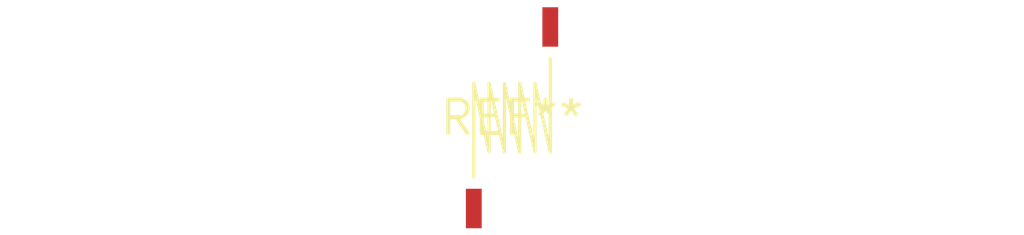
<source format=kicad_pcb>
(kicad_pcb (version 20240108) (generator pcbnew)
  (layers (0 "F.Cu" signal) (31 "B.Cu" signal) (34 "B.Paste" user) (35 "F.Paste" user) (36 "B.SilkS" user "B.Silkscreen") (37 "F.SilkS" user "F.Silkscreen") (38 "B.Mask" user) (39 "F.Mask" user) (44 "Edge.Cuts" user))
  (net 0 "")
  (footprint "L_Neosid_Air-Coil_SML_5turn_HDM0531A" (layer "F.Cu") (at 0 0)
    (property "Reference" "REF**")
    (property "Value" "L_Neosid_Air-Coil_SML_5turn_HDM0531A")
    (fp_line (start -1.45 -1.3) (end -1.45 2.25) (layer "F.SilkS") (stroke (width 0.12)))
    (fp_line (start -1.45 -1.3) (end -0.87 1.3) (layer "F.SilkS") (stroke (width 0.12)))
    (fp_line (start -0.87 -1.3) (end -0.87 1.3) (layer "F.SilkS") (stroke (width 0.12)))
    (fp_line (start -0.87 -1.3) (end -0.29 1.3) (layer "F.SilkS") (stroke (width 0.12)))
    (fp_line (start -0.29 -1.3) (end -0.29 1.3) (layer "F.SilkS") (stroke (width 0.12)))
    (fp_line (start -0.29 -1.3) (end 0.29 1.3) (layer "F.SilkS") (stroke (width 0.12)))
    (fp_line (start 0.29 -1.3) (end 0.29 1.3) (layer "F.SilkS") (stroke (width 0.12)))
    (fp_line (start 0.29 -1.3) (end 0.87 1.3) (layer "F.SilkS") (stroke (width 0.12)))
    (fp_line (start 0.87 -1.3) (end 0.87 1.3) (layer "F.SilkS") (stroke (width 0.12)))
    (fp_line (start 0.87 -1.3) (end 1.45 1.3) (layer "F.SilkS") (stroke (width 0.12)))
    (fp_line (start 1.45 1.3) (end 1.45 -2.25) (layer "F.SilkS") (stroke (width 0.12)))
    (pad "1" smd rect (at -1.45 3.45) (size 0.6 1.5) (layers "F.Cu" "F.Paste" "F.Mask"))
    (pad "2" smd rect (at 1.45 -3.45) (size 0.6 1.5) (layers "F.Cu" "F.Paste" "F.Mask"))
  )
)
</source>
